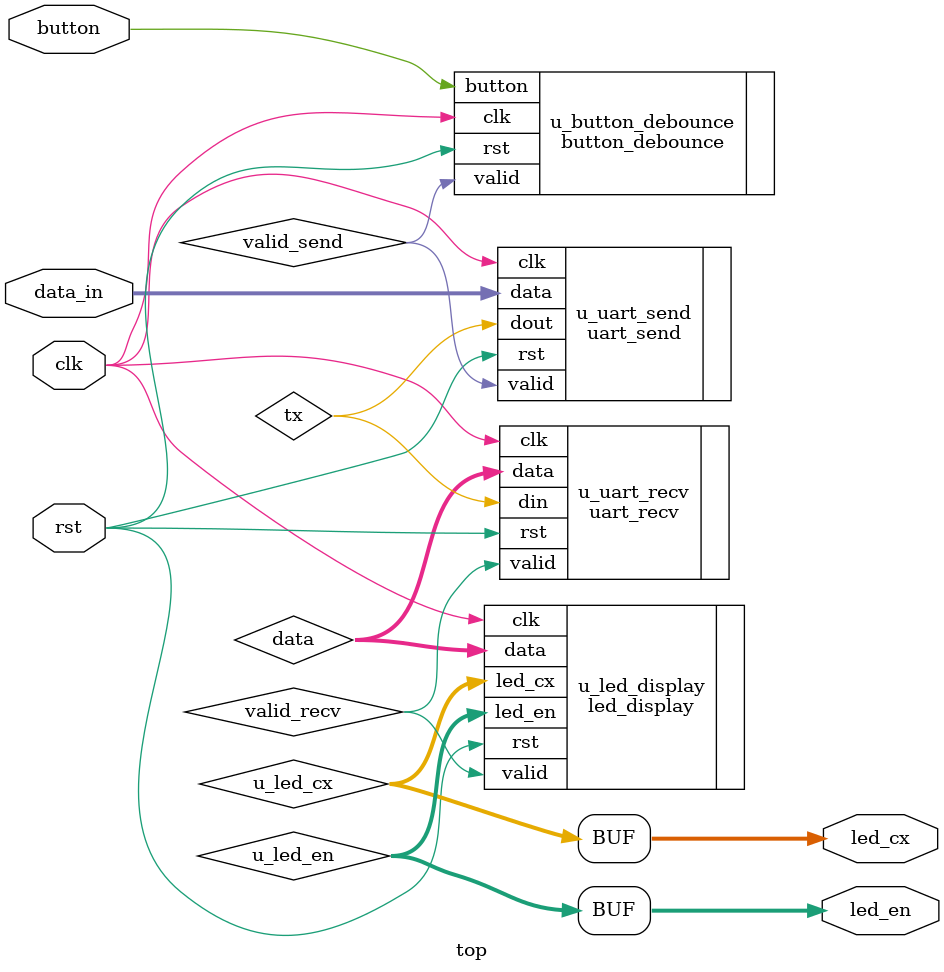
<source format=v>
`timescale 1ns / 1ps


module top(
    input wire clk,
    input wire rst,
    input wire button,
    input wire [7:0] data_in,
    output [7:0] led_cx,
    output [7:0] led_en
    );
    
    wire tx;
    wire [7:0] data;
    wire valid_send;
    wire valid_recv;
    wire [7:0] u_led_cx;
    wire [7:0] u_led_en;

    uart_recv u_uart_recv(
        .rst(rst),
        .clk(clk),
        .valid(valid_recv),
        .data(data),
        .din(tx)
    );

    button_debounce u_button_debounce(
        .rst(rst),
        .clk(clk),
        .valid(valid_send),
        .button(button)
    );

    uart_send u_uart_send (
        .rst(rst),
        .clk(clk),
        .valid(valid_send),
        .data(data_in),
        .dout(tx)
    );

    led_display u_led_display (
        .rst(rst),
        .clk(clk),
        .valid(valid_recv),
        .data(data),
        .led_cx(u_led_cx),
        .led_en(u_led_en)
    );

    assign led_cx = u_led_cx;
    assign led_en = u_led_en; 
endmodule

</source>
